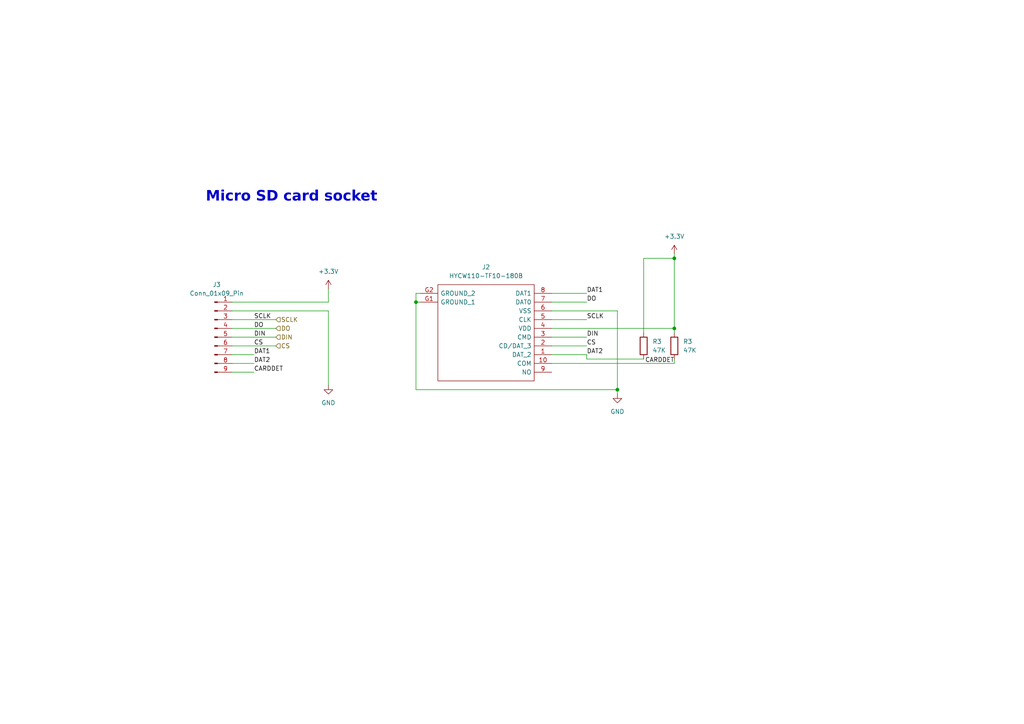
<source format=kicad_sch>
(kicad_sch (version 20230121) (generator eeschema)
  (paper "A4")
  (lib_symbols
    (symbol "Connector:Conn_01x09_Pin" (pin_names (offset 1.016) hide)
      (property "Reference" "J" (at 0 12.7 0))
      (property "Value" "Conn_01x09_Pin" (at 0 -12.7 0))
      (symbol "Conn_01x09_Pin_1_1"
        (polyline (pts (xy 1.27 -10.16) (xy 0.8636 -10.16)) (stroke (width 0.1524)))
        (polyline (pts (xy 1.27 -7.62) (xy 0.8636 -7.62)) (stroke (width 0.1524)))
        (polyline (pts (xy 1.27 -5.08) (xy 0.8636 -5.08)) (stroke (width 0.1524)))
        (polyline (pts (xy 1.27 -2.54) (xy 0.8636 -2.54)) (stroke (width 0.1524)))
        (polyline (pts (xy 1.27 0) (xy 0.8636 0)) (stroke (width 0.1524)))
        (polyline (pts (xy 1.27 2.54) (xy 0.8636 2.54)) (stroke (width 0.1524)))
        (polyline (pts (xy 1.27 5.08) (xy 0.8636 5.08)) (stroke (width 0.1524)))
        (polyline (pts (xy 1.27 7.62) (xy 0.8636 7.62)) (stroke (width 0.1524)))
        (polyline (pts (xy 1.27 10.16) (xy 0.8636 10.16)) (stroke (width 0.1524)))
        (rectangle (start 0.8636 -10.033) (end 0 -10.287) (stroke (width 0.1524)) (fill (type outline)))
        (rectangle (start 0.8636 -7.493) (end 0 -7.747) (stroke (width 0.1524)) (fill (type outline)))
        (rectangle (start 0.8636 -4.953) (end 0 -5.207) (stroke (width 0.1524)) (fill (type outline)))
        (rectangle (start 0.8636 -2.413) (end 0 -2.667) (stroke (width 0.1524)) (fill (type outline)))
        (rectangle (start 0.8636 0.127) (end 0 -0.127) (stroke (width 0.1524)) (fill (type outline)))
        (rectangle (start 0.8636 2.667) (end 0 2.413) (stroke (width 0.1524)) (fill (type outline)))
        (rectangle (start 0.8636 5.207) (end 0 4.953) (stroke (width 0.1524)) (fill (type outline)))
        (rectangle (start 0.8636 7.747) (end 0 7.493) (stroke (width 0.1524)) (fill (type outline)))
        (rectangle (start 0.8636 10.287) (end 0 10.033) (stroke (width 0.1524)) (fill (type outline)))
        (pin passive line (at 5.08 10.16 180) (length 3.81) (name "Pin_1") (number "1"))
        (pin passive line (at 5.08 7.62 180) (length 3.81) (name "Pin_2") (number "2"))
        (pin passive line (at 5.08 5.08 180) (length 3.81) (name "Pin_3") (number "3"))
        (pin passive line (at 5.08 2.54 180) (length 3.81) (name "Pin_4") (number "4"))
        (pin passive line (at 5.08 0 180) (length 3.81) (name "Pin_5") (number "5"))
        (pin passive line (at 5.08 -2.54 180) (length 3.81) (name "Pin_6") (number "6"))
        (pin passive line (at 5.08 -5.08 180) (length 3.81) (name "Pin_7") (number "7"))
        (pin passive line (at 5.08 -7.62 180) (length 3.81) (name "Pin_8") (number "8"))
        (pin passive line (at 5.08 -10.16 180) (length 3.81) (name "Pin_9") (number "9"))
      )
    )
    (symbol "Device:R" (pin_numbers hide) (pin_names (offset 0))
      (property "Reference" "R" (at 2.032 0 90))
      (property "Value" "R" (at 0 0 90))
      (symbol "R_0_1"
        (rectangle (start -1.016 -2.54) (end 1.016 2.54) (stroke (width 0.254)))
      )
      (symbol "R_1_1"
        (pin passive line (at 0 3.81 270) (length 1.27) (name "~") (number "1"))
        (pin passive line (at 0 -3.81 90) (length 1.27) (name "~") (number "2"))
      )
    )
    (symbol "HYCW110-TF10-180B:HYCW110-TF10-180B" (pin_names (offset 0.762))
      (property "Reference" "J" (at 34.29 7.62 0))
      (property "Value" "HYCW110-TF10-180B" (at 34.29 5.08 0))
      (symbol "HYCW110-TF10-180B_0_0"
        (pin passive line (at 38.1 -17.78 180) (length 5.08) (name "DAT_2") (number "1"))
        (pin passive line (at 38.1 -20.32 180) (length 5.08) (name "COM") (number "10"))
        (pin passive line (at 38.1 -15.24 180) (length 5.08) (name "CD/DAT_3") (number "2"))
        (pin passive line (at 38.1 -12.7 180) (length 5.08) (name "CMD") (number "3"))
        (pin passive line (at 38.1 -10.16 180) (length 5.08) (name "VDD") (number "4"))
        (pin passive line (at 38.1 -7.62 180) (length 5.08) (name "CLK") (number "5"))
        (pin passive line (at 38.1 -5.08 180) (length 5.08) (name "VSS") (number "6"))
        (pin passive line (at 38.1 -2.54 180) (length 5.08) (name "DAT0") (number "7"))
        (pin passive line (at 38.1 0 180) (length 5.08) (name "DAT1") (number "8"))
        (pin passive line (at 38.1 -22.86 180) (length 5.08) (name "NO") (number "9"))
        (pin passive line (at 0 -2.54 0) (length 5.08) (name "GROUND_1") (number "G1"))
        (pin passive line (at 0 0 0) (length 5.08) (name "GROUND_2") (number "G2"))
      )
      (symbol "HYCW110-TF10-180B_0_1"
        (polyline (pts (xy 5.08 2.54) (xy 33.02 2.54) (xy 33.02 -25.4) (xy 5.08 -25.4) (xy 5.08 2.54)) (stroke (width 0.1524)))
      )
    )
    (symbol "power:+3.3V" (power) (pin_names (offset 0))
      (property "Value" "+3.3V" (at 0 3.556 0))
      (symbol "+3.3V_0_1"
        (polyline (pts (xy -0.762 1.27) (xy 0 2.54)))
        (polyline (pts (xy 0 0) (xy 0 2.54)))
        (polyline (pts (xy 0 2.54) (xy 0.762 1.27)))
      )
      (symbol "+3.3V_1_1"
        (pin power_in line (at 0 0 90) (length 0) hide (name "+3.3V") (number "1"))
      )
    )
    (symbol "power:GND" (power) (pin_names (offset 0))
      (property "Value" "GND" (at 0 -3.81 0))
      (symbol "GND_0_1"
        (polyline (pts (xy 0 0) (xy 0 -1.27) (xy 1.27 -1.27) (xy 0 -2.54) (xy -1.27 -1.27) (xy 0 -1.27)))
      )
      (symbol "GND_1_1"
        (pin power_in line (at 0 0 270) (length 0) hide (name "GND") (number "1"))
      )
    )
  )
  (junction (at 120.65 87.63))
  (junction (at 195.58 74.93))
  (junction (at 179.07 113.03))
  (junction (at 195.58 95.25))
  (wire (pts (xy 179.07 113.03) (xy 179.07 114.3)))
  (wire (pts (xy 195.58 74.93) (xy 195.58 73.66)))
  (wire (pts (xy 120.65 87.63) (xy 121.92 87.63)))
  (wire (pts (xy 67.31 92.71) (xy 80.01 92.71)))
  (wire (pts (xy 160.02 105.41) (xy 195.58 105.41)))
  (wire (pts (xy 160.02 90.17) (xy 179.07 90.17)))
  (wire (pts (xy 179.07 90.17) (xy 179.07 113.03)))
  (wire (pts (xy 120.65 113.03) (xy 179.07 113.03)))
  (wire (pts (xy 160.02 102.87) (xy 170.18 102.87)))
  (wire (pts (xy 160.02 87.63) (xy 170.18 87.63)))
  (wire (pts (xy 67.31 97.79) (xy 80.01 97.79)))
  (wire (pts (xy 160.02 92.71) (xy 170.18 92.71)))
  (wire (pts (xy 120.65 85.09) (xy 120.65 87.63)))
  (wire (pts (xy 160.02 95.25) (xy 195.58 95.25)))
  (wire (pts (xy 67.31 90.17) (xy 95.25 90.17)))
  (wire (pts (xy 67.31 102.87) (xy 73.66 102.87)))
  (wire (pts (xy 67.31 107.95) (xy 73.66 107.95)))
  (wire (pts (xy 170.18 104.14) (xy 170.18 102.87)))
  (wire (pts (xy 160.02 85.09) (xy 170.18 85.09)))
  (wire (pts (xy 95.25 87.63) (xy 95.25 83.82)))
  (wire (pts (xy 67.31 95.25) (xy 80.01 95.25)))
  (wire (pts (xy 67.31 105.41) (xy 73.66 105.41)))
  (wire (pts (xy 186.69 74.93) (xy 195.58 74.93)))
  (wire (pts (xy 120.65 87.63) (xy 120.65 113.03)))
  (wire (pts (xy 67.31 100.33) (xy 80.01 100.33)))
  (wire (pts (xy 160.02 100.33) (xy 170.18 100.33)))
  (wire (pts (xy 195.58 96.52) (xy 195.58 95.25)))
  (wire (pts (xy 186.69 104.14) (xy 170.18 104.14)))
  (wire (pts (xy 195.58 95.25) (xy 195.58 74.93)))
  (wire (pts (xy 121.92 85.09) (xy 120.65 85.09)))
  (wire (pts (xy 67.31 87.63) (xy 95.25 87.63)))
  (wire (pts (xy 95.25 90.17) (xy 95.25 111.76)))
  (wire (pts (xy 195.58 105.41) (xy 195.58 104.14)))
  (wire (pts (xy 160.02 97.79) (xy 170.18 97.79)))
  (wire (pts (xy 186.69 96.52) (xy 186.69 74.93)))
  (text "Micro SD card socket\n" (at 59.69 59.69 0) (effects (font (size 3 3) (thickness 1) bold) (justify left bottom)))
  (label "DO" (at 73.66 95.25 0))
  (label "DO" (at 170.18 87.63 0))
  (label "DAT2" (at 170.18 102.87 0))
  (label "SCLK" (at 73.66 92.71 0))
  (label "DAT1" (at 73.66 102.87 0))
  (label "CARDDET" (at 195.58 105.41 180))
  (label "CARDDET" (at 73.66 107.95 0))
  (label "DIN" (at 73.66 97.79 0))
  (label "DAT1" (at 170.18 85.09 0))
  (label "DIN" (at 170.18 97.79 0))
  (label "CS" (at 73.66 100.33 0))
  (label "DAT2" (at 73.66 105.41 0))
  (label "SCLK" (at 170.18 92.71 0))
  (label "CS" (at 170.18 100.33 0))
  (hierarchical_label "DIN" (shape input) (at 80.01 97.79 0))
  (hierarchical_label "SCLK" (shape input) (at 80.01 92.71 0))
  (hierarchical_label "CS" (shape input) (at 80.01 100.33 0))
  (hierarchical_label "DO" (shape input) (at 80.01 95.25 0))
  (symbol (lib_id "power:GND") (at 95.25 111.76 0) (unit 1)
    (property "Reference" "#PWR030" (effects hide))
    (property "Value" "GND" (at 95.25 116.84 0))
  )
  (symbol (lib_id "Device:R") (at 195.58 100.33 0) (unit 1)
    (property "Reference" "R3" (at 198.12 99.06 0) (effects (justify left)))
    (property "Value" "47K" (at 198.12 101.6 0) (effects (justify left)))
    (property "Footprint" "Resistor_SMD:R_0603_1608Metric" (effects hide))
    (property "Manufacturer_Part_Number" "0603WAF4702T5E" (effects hide))
    (instances (project "v0_3" (path "" (reference "R3") (unit 1)) (path "" (reference "R6") (unit 1)) (path "" (reference "R9") (unit 1))))
  )
  (symbol (lib_id "HYCW110-TF10-180B:HYCW110-TF10-180B") (at 121.92 85.09 0) (unit 1)
    (property "Reference" "J2" (at 140.97 77.47 0))
    (property "Value" "HYCW110-TF10-180B" (at 140.97 80.01 0))
    (property "Footprint" "HYCW110-TF10-180B:HYCW110TF10180B" (effects hide))
    (property "Datasheet" "https://datasheet.lcsc.com/lcsc/2201241630_HOAUC-HYCW110-TF10-180B_C2962030.pdf" (effects hide))
    (property "Description" "1A Straight Square Pins 1mm 3.9mm -40~{+105} 1 2.3mm 50 1.27mm Black Brass 1x50P Straight,P=1.27mm Pin Headers ROHS " (effects hide))
    (property "Height" "2.25" (effects hide))
    (property "Manufacturer_Name" "HOAUC" (effects hide))
    (property "Manufacturer_Part_Number" "HYCW110-TF10-180B" (effects hide))
  )
  (symbol (lib_id "Device:R") (at 186.69 100.33 0) (unit 1)
    (property "Reference" "R3" (at 189.23 99.06 0) (effects (justify left)))
    (property "Value" "47K" (at 189.23 101.6 0) (effects (justify left)))
    (property "Footprint" "Resistor_SMD:R_0603_1608Metric" (effects hide))
    (property "Manufacturer_Part_Number" "0603WAF4702T5E" (effects hide))
    (instances (project "v0_3" (path "" (reference "R3") (unit 1)) (path "" (reference "R6") (unit 1)) (path "" (reference "R10") (unit 1))))
  )
  (symbol (lib_id "power:+3.3V") (at 195.58 73.66 0) (unit 1)
    (property "Reference" "#PWR027" (effects hide))
    (property "Value" "+3.3V" (at 195.58 68.58 0))
  )
  (symbol (lib_id "power:+3.3V") (at 95.25 83.82 0) (unit 1)
    (property "Reference" "#PWR029" (effects hide))
    (property "Value" "+3.3V" (at 95.25 78.74 0))
  )
  (symbol (lib_id "Connector:Conn_01x09_Pin") (at 62.23 97.79 0) (unit 1)
    (property "Reference" "J3" (at 62.865 82.55 0))
    (property "Value" "Conn_01x09_Pin" (at 62.865 85.09 0))
    (property "Footprint" "Connector_PinHeader_1.27mm:PinHeader_1x09_P1.27mm_Vertical" (effects hide))
  )
  (symbol (lib_id "power:GND") (at 179.07 114.3 0) (unit 1)
    (property "Reference" "#PWR028" (effects hide))
    (property "Value" "GND" (at 179.07 119.38 0))
  )
)
</source>
